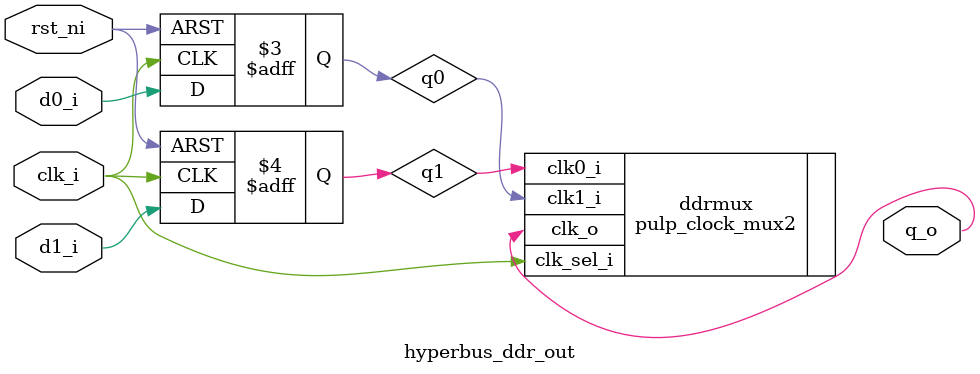
<source format=sv>


module hyperbus_ddr_out #(
    parameter logic INIT = 1'b0
)(
    input  logic clk_i,
    input  logic rst_ni,
    input  logic d0_i,
    input  logic d1_i,
    output logic q_o
);
    logic q0;
    logic q1;

    pulp_clock_mux2 ddrmux (
        .clk_o     ( q_o   ),
        .clk0_i    ( q1    ),
        .clk1_i    ( q0    ),
        .clk_sel_i ( clk_i )
    );

    always_ff @(posedge clk_i or negedge rst_ni) begin
        if (~rst_ni) begin
            q0 <= INIT;
            q1 <= INIT;
        end else begin
            q0 <= d0_i;
            q1 <= d1_i;
        end
    end

endmodule

</source>
